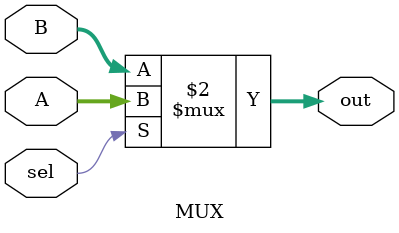
<source format=v>
`timescale 1ns / 1ps


module MUX(
input [31:0] A,B,
input sel,
output  [31:0] out

    );
    assign out=(sel==1)?A:B;
endmodule

</source>
